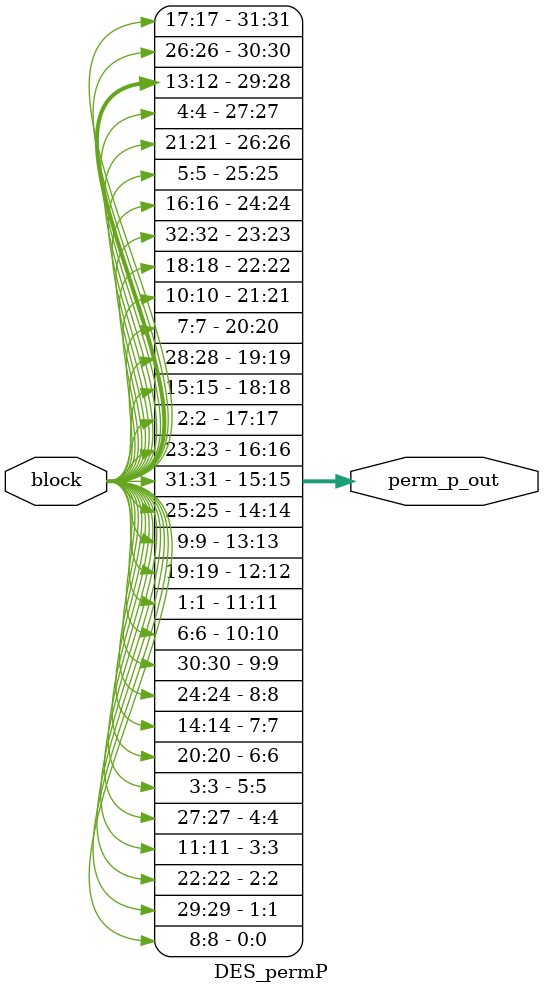
<source format=sv>
module DES_permP(input [32:1] block, output [32:1] perm_p_out);
   assign perm_p_out[32] = block[33 - 16];
   assign perm_p_out[31] = block[33 - 7];
   assign perm_p_out[30] = block[33 - 20];
   assign perm_p_out[29] = block[33 - 21];
   assign perm_p_out[28] = block[33 - 29];
   assign perm_p_out[27] = block[33 - 12];
   assign perm_p_out[26] = block[33 - 28];
   assign perm_p_out[25] = block[33 - 17];
   assign perm_p_out[24] = block[33 - 1];
   assign perm_p_out[23] = block[33 - 15];
   assign perm_p_out[22] = block[33 - 23];
   assign perm_p_out[21] = block[33 - 26];
   assign perm_p_out[20] = block[33 - 5];
   assign perm_p_out[19] = block[33 - 18];
   assign perm_p_out[18] = block[33 - 31];
   assign perm_p_out[17] = block[33 - 10];
   assign perm_p_out[16] = block[33 - 2];
   assign perm_p_out[15] = block[33 - 8];
   assign perm_p_out[14] = block[33 - 24];
   assign perm_p_out[13] = block[33 - 14];
   assign perm_p_out[12] = block[33 - 32];
   assign perm_p_out[11] = block[33 - 27];
   assign perm_p_out[10] = block[33 - 3];
   assign perm_p_out[9] = block[33 - 9];
   assign perm_p_out[8] = block[33 - 19];
   assign perm_p_out[7] = block[33 - 13];
   assign perm_p_out[6] = block[33 - 30];
   assign perm_p_out[5] = block[33 - 6];
   assign perm_p_out[4] = block[33 - 22];
   assign perm_p_out[3] = block[33 - 11];
   assign perm_p_out[2] = block[33 - 4];
   assign perm_p_out[1] = block[33 - 25];
endmodule // DES_permP


</source>
